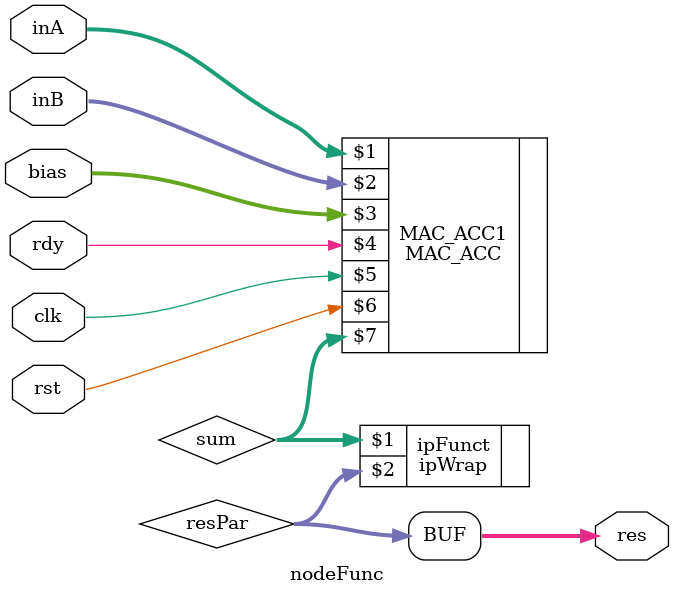
<source format=v>

module nodeFunc(
input [0:127] inA,
input [0:127] inB,
input [0:7] bias,
input rdy,
input clk,
input rst,
output[0:7] res
);


wire [0:21]sum;
wire [0:7] resPar;

MAC_ACC MAC_ACC1(inA,inB,bias,rdy,clk,rst,sum);

ipWrap ipFunct(sum, resPar);

assign res=resPar;

endmodule
</source>
